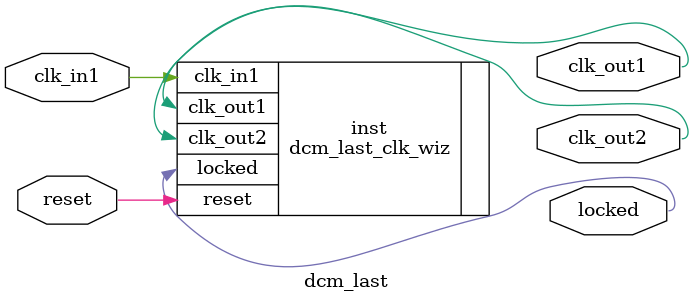
<source format=v>


`timescale 1ps/1ps

(* CORE_GENERATION_INFO = "dcm_last,clk_wiz_v5_3_1,{component_name=dcm_last,use_phase_alignment=true,use_min_o_jitter=false,use_max_i_jitter=false,use_dyn_phase_shift=false,use_inclk_switchover=false,use_dyn_reconfig=false,enable_axi=0,feedback_source=FDBK_AUTO,PRIMITIVE=MMCM,num_out_clk=2,clkin1_period=5.0,clkin2_period=10.0,use_power_down=false,use_reset=true,use_locked=true,use_inclk_stopped=false,feedback_type=SINGLE,CLOCK_MGR_TYPE=NA,manual_override=false}" *)

module dcm_last 
 (
 // Clock in ports
  input         clk_in1,
  // Clock out ports
  output        clk_out1,
  output        clk_out2,
  // Status and control signals
  input         reset,
  output        locked
 );

  dcm_last_clk_wiz inst
  (
 // Clock in ports
  .clk_in1(clk_in1),
  // Clock out ports  
  .clk_out1(clk_out1),
  .clk_out2(clk_out2),
  // Status and control signals               
  .reset(reset), 
  .locked(locked)            
  );

endmodule

</source>
